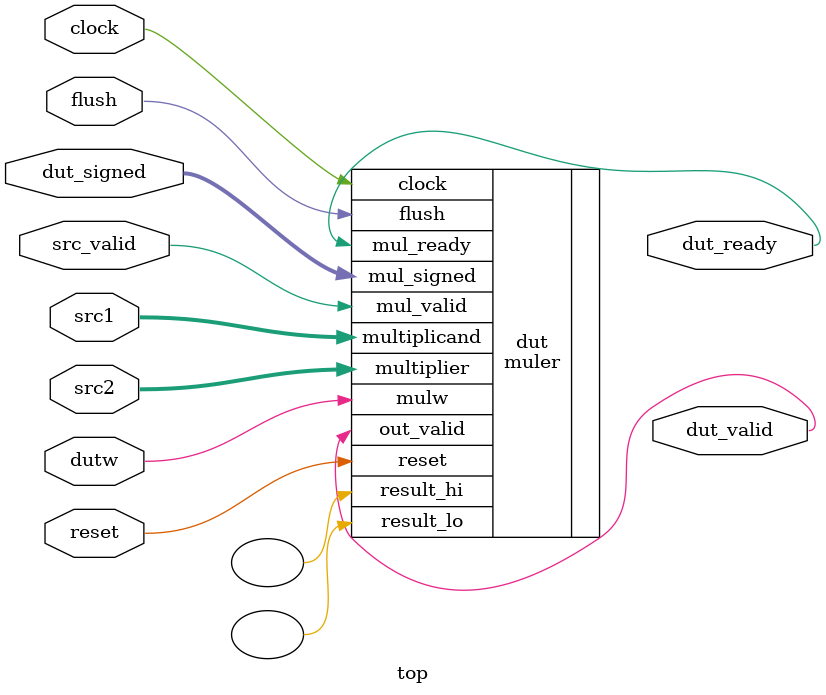
<source format=v>
`timescale 1ps/1ps

`define XLEN 64
module top(
   input                   clock       ,
   input                   reset       ,
   input                   src_valid   ,
   input                   flush       ,
   input                   dutw        ,
   input     [1 : 0]       dut_signed  ,
   input     [`XLEN-1 : 0] src1        ,
   input     [`XLEN-1 : 0] src2        ,
   output                  dut_ready   ,
   output                  dut_valid   
);

   muler dut(
      .clock       (clock       ),
      .reset       (reset       ),
      .mul_valid   (src_valid   ),
      .flush       (flush       ),
      .mulw        (dutw        ),
      .mul_signed  (dut_signed  ),
      .multiplicand(src1),
      .multiplier  (src2),
      .mul_ready   (dut_ready   ),
      .out_valid   (dut_valid   ),
      .result_hi   (),
      .result_lo   ()
   );


endmodule


</source>
